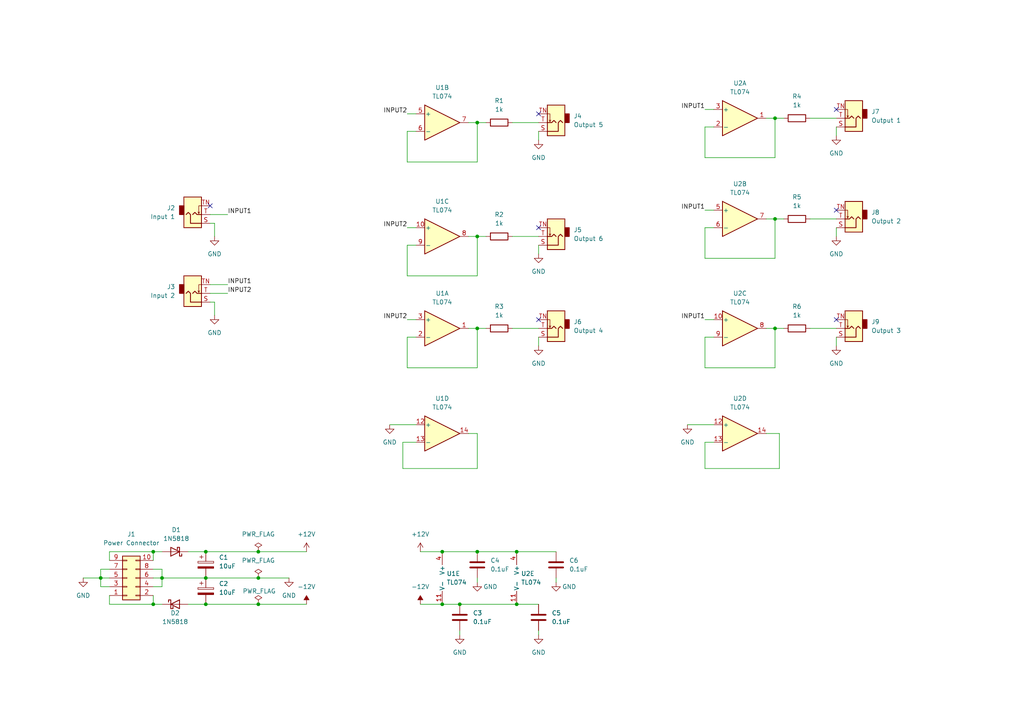
<source format=kicad_sch>
(kicad_sch (version 20211123) (generator eeschema)
  (paper "A4")
  (title_block (title "Buffered Multiple") (rev "1") (company "Northridge Synth"))
  (lib_symbols
    (symbol "Amplifier_Operational:TL074" (pin_names (offset 0.127))
      (property "Reference" "U" (at 0 5.08 0))
      (property "Value" "TL074" (at 0 -5.08 0))
      (symbol "TL074_1_1"
        (polyline (pts (xy -5.08 5.08) (xy 5.08 0) (xy -5.08 -5.08) (xy -5.08 5.08)) (stroke (width 0.254)) (fill (type background)))
        (pin output line (at 7.62 0 180) (length 2.54) (name "~") (number "1"))
        (pin input line (at -7.62 -2.54 0) (length 2.54) (name "-") (number "2"))
        (pin input line (at -7.62 2.54 0) (length 2.54) (name "+") (number "3"))
      )
      (symbol "TL074_2_1"
        (polyline (pts (xy -5.08 5.08) (xy 5.08 0) (xy -5.08 -5.08) (xy -5.08 5.08)) (stroke (width 0.254)) (fill (type background)))
        (pin input line (at -7.62 2.54 0) (length 2.54) (name "+") (number "5"))
        (pin input line (at -7.62 -2.54 0) (length 2.54) (name "-") (number "6"))
        (pin output line (at 7.62 0 180) (length 2.54) (name "~") (number "7"))
      )
      (symbol "TL074_3_1"
        (polyline (pts (xy -5.08 5.08) (xy 5.08 0) (xy -5.08 -5.08) (xy -5.08 5.08)) (stroke (width 0.254)) (fill (type background)))
        (pin input line (at -7.62 2.54 0) (length 2.54) (name "+") (number "10"))
        (pin output line (at 7.62 0 180) (length 2.54) (name "~") (number "8"))
        (pin input line (at -7.62 -2.54 0) (length 2.54) (name "-") (number "9"))
      )
      (symbol "TL074_4_1"
        (polyline (pts (xy -5.08 5.08) (xy 5.08 0) (xy -5.08 -5.08) (xy -5.08 5.08)) (stroke (width 0.254)) (fill (type background)))
        (pin input line (at -7.62 2.54 0) (length 2.54) (name "+") (number "12"))
        (pin input line (at -7.62 -2.54 0) (length 2.54) (name "-") (number "13"))
        (pin output line (at 7.62 0 180) (length 2.54) (name "~") (number "14"))
      )
      (symbol "TL074_5_1"
        (pin power_in line (at -2.54 -7.62 90) (length 3.81) (name "V-") (number "11"))
        (pin power_in line (at -2.54 7.62 270) (length 3.81) (name "V+") (number "4"))
      )
    )
    (symbol "Connector:AudioJack2_SwitchT"
      (property "Reference" "J" (at 0 8.89 0))
      (property "Value" "AudioJack2_SwitchT" (at 0 6.35 0))
      (symbol "AudioJack2_SwitchT_0_1"
        (rectangle (start -2.54 0) (end -3.81 -2.54) (stroke (width 0.254)) (fill (type outline)))
        (polyline (pts (xy 1.778 -0.254) (xy 2.032 -0.762)))
        (polyline (pts (xy 0 0) (xy 0.635 -0.635) (xy 1.27 0) (xy 2.54 0)) (stroke (width 0.254)))
        (polyline (pts (xy 2.54 -2.54) (xy 1.778 -2.54) (xy 1.778 -0.254) (xy 1.524 -0.762)))
        (polyline (pts (xy 2.54 2.54) (xy -0.635 2.54) (xy -0.635 0) (xy -1.27 -0.635) (xy -1.905 0)) (stroke (width 0.254)))
        (rectangle (start 2.54 3.81) (end -2.54 -5.08) (stroke (width 0.254)) (fill (type background)))
      )
      (symbol "AudioJack2_SwitchT_1_1"
        (pin passive line (at 5.08 2.54 180) (length 2.54) (name "~") (number "S"))
        (pin passive line (at 5.08 0 180) (length 2.54) (name "~") (number "T"))
        (pin passive line (at 5.08 -2.54 180) (length 2.54) (name "~") (number "TN"))
      )
    )
    (symbol "Connector_Generic:Conn_02x05_Odd_Even" (pin_names (offset 1.016) hide)
      (property "Reference" "J" (at 1.27 7.62 0))
      (property "Value" "Conn_02x05_Odd_Even" (at 1.27 -7.62 0))
      (symbol "Conn_02x05_Odd_Even_1_1"
        (rectangle (start -1.27 -4.953) (end 0 -5.207) (stroke (width 0.1524)))
        (rectangle (start -1.27 -2.413) (end 0 -2.667) (stroke (width 0.1524)))
        (rectangle (start -1.27 0.127) (end 0 -0.127) (stroke (width 0.1524)))
        (rectangle (start -1.27 2.667) (end 0 2.413) (stroke (width 0.1524)))
        (rectangle (start -1.27 5.207) (end 0 4.953) (stroke (width 0.1524)))
        (rectangle (start -1.27 6.35) (end 3.81 -6.35) (stroke (width 0.254)) (fill (type background)))
        (rectangle (start 3.81 -4.953) (end 2.54 -5.207) (stroke (width 0.1524)))
        (rectangle (start 3.81 -2.413) (end 2.54 -2.667) (stroke (width 0.1524)))
        (rectangle (start 3.81 0.127) (end 2.54 -0.127) (stroke (width 0.1524)))
        (rectangle (start 3.81 2.667) (end 2.54 2.413) (stroke (width 0.1524)))
        (rectangle (start 3.81 5.207) (end 2.54 4.953) (stroke (width 0.1524)))
        (pin passive line (at -5.08 5.08 0) (length 3.81) (name "Pin_1") (number "1"))
        (pin passive line (at 7.62 -5.08 180) (length 3.81) (name "Pin_10") (number "10"))
        (pin passive line (at 7.62 5.08 180) (length 3.81) (name "Pin_2") (number "2"))
        (pin passive line (at -5.08 2.54 0) (length 3.81) (name "Pin_3") (number "3"))
        (pin passive line (at 7.62 2.54 180) (length 3.81) (name "Pin_4") (number "4"))
        (pin passive line (at -5.08 0 0) (length 3.81) (name "Pin_5") (number "5"))
        (pin passive line (at 7.62 0 180) (length 3.81) (name "Pin_6") (number "6"))
        (pin passive line (at -5.08 -2.54 0) (length 3.81) (name "Pin_7") (number "7"))
        (pin passive line (at 7.62 -2.54 180) (length 3.81) (name "Pin_8") (number "8"))
        (pin passive line (at -5.08 -5.08 0) (length 3.81) (name "Pin_9") (number "9"))
      )
    )
    (symbol "Device:C" (pin_numbers hide) (pin_names (offset 0.254))
      (property "Reference" "C" (at 0.635 2.54 0))
      (property "Value" "C" (at 0.635 -2.54 0))
      (symbol "C_0_1"
        (polyline (pts (xy -2.032 -0.762) (xy 2.032 -0.762)) (stroke (width 0.508)))
        (polyline (pts (xy -2.032 0.762) (xy 2.032 0.762)) (stroke (width 0.508)))
      )
      (symbol "C_1_1"
        (pin passive line (at 0 3.81 270) (length 2.794) (name "~") (number "1"))
        (pin passive line (at 0 -3.81 90) (length 2.794) (name "~") (number "2"))
      )
    )
    (symbol "Device:C_Polarized" (pin_numbers hide) (pin_names (offset 0.254))
      (property "Reference" "C" (at 0.635 2.54 0))
      (property "Value" "C_Polarized" (at 0.635 -2.54 0))
      (symbol "C_Polarized_0_1"
        (rectangle (start -2.286 0.508) (end 2.286 1.016))
        (polyline (pts (xy -1.778 2.286) (xy -0.762 2.286)))
        (polyline (pts (xy -1.27 2.794) (xy -1.27 1.778)))
        (rectangle (start 2.286 -0.508) (end -2.286 -1.016) (fill (type outline)))
      )
      (symbol "C_Polarized_1_1"
        (pin passive line (at 0 3.81 270) (length 2.794) (name "~") (number "1"))
        (pin passive line (at 0 -3.81 90) (length 2.794) (name "~") (number "2"))
      )
    )
    (symbol "Device:R" (pin_numbers hide) (pin_names (offset 0))
      (property "Reference" "R" (at 2.032 0 90))
      (property "Value" "R" (at 0 0 90))
      (symbol "R_0_1"
        (rectangle (start -1.016 -2.54) (end 1.016 2.54) (stroke (width 0.254)))
      )
      (symbol "R_1_1"
        (pin passive line (at 0 3.81 270) (length 1.27) (name "~") (number "1"))
        (pin passive line (at 0 -3.81 90) (length 1.27) (name "~") (number "2"))
      )
    )
    (symbol "Diode:1N5818" (pin_numbers hide) (pin_names (offset 1.016) hide)
      (property "Reference" "D" (at 0 2.54 0))
      (property "Value" "1N5818" (at 0 -2.54 0))
      (symbol "1N5818_0_1"
        (polyline (pts (xy 1.27 0) (xy -1.27 0)))
        (polyline (pts (xy 1.27 1.27) (xy 1.27 -1.27) (xy -1.27 0) (xy 1.27 1.27)) (stroke (width 0.254)))
        (polyline (pts (xy -1.905 0.635) (xy -1.905 1.27) (xy -1.27 1.27) (xy -1.27 -1.27) (xy -0.635 -1.27) (xy -0.635 -0.635)) (stroke (width 0.254)))
      )
      (symbol "1N5818_1_1"
        (pin passive line (at -3.81 0 0) (length 2.54) (name "K") (number "1"))
        (pin passive line (at 3.81 0 180) (length 2.54) (name "A") (number "2"))
      )
    )
    (symbol "power:+12V" (power) (pin_names (offset 0))
      (property "Value" "+12V" (at 0 3.556 0))
      (symbol "+12V_0_1"
        (polyline (pts (xy -0.762 1.27) (xy 0 2.54)))
        (polyline (pts (xy 0 0) (xy 0 2.54)))
        (polyline (pts (xy 0 2.54) (xy 0.762 1.27)))
      )
      (symbol "+12V_1_1"
        (pin power_in line (at 0 0 90) (length 0) hide (name "+12V") (number "1"))
      )
    )
    (symbol "power:-12V" (power) (pin_names (offset 0))
      (property "Value" "-12V" (at 0 3.81 0))
      (symbol "-12V_0_0"
        (pin power_in line (at 0 0 90) (length 0) hide (name "-12V") (number "1"))
      )
      (symbol "-12V_0_1"
        (polyline (pts (xy 0 0) (xy 0 1.27) (xy 0.762 1.27) (xy 0 2.54) (xy -0.762 1.27) (xy 0 1.27)) (fill (type outline)))
      )
    )
    (symbol "power:GND" (power) (pin_names (offset 0))
      (property "Value" "GND" (at 0 -3.81 0))
      (symbol "GND_0_1"
        (polyline (pts (xy 0 0) (xy 0 -1.27) (xy 1.27 -1.27) (xy 0 -2.54) (xy -1.27 -1.27) (xy 0 -1.27)))
      )
      (symbol "GND_1_1"
        (pin power_in line (at 0 0 270) (length 0) hide (name "GND") (number "1"))
      )
    )
    (symbol "power:PWR_FLAG" (power) (pin_numbers hide) (pin_names (offset 0) hide)
      (property "Value" "PWR_FLAG" (at 0 3.81 0))
      (symbol "PWR_FLAG_0_0"
        (pin power_out line (at 0 0 90) (length 0) (name "pwr") (number "1"))
      )
      (symbol "PWR_FLAG_0_1"
        (polyline (pts (xy 0 0) (xy 0 1.27) (xy -1.016 1.905) (xy 0 2.54) (xy 1.016 1.905) (xy 0 1.27)))
      )
    )
  )
  (junction (at 59.69 175.26))
  (junction (at 29.21 167.64))
  (junction (at 224.79 63.5))
  (junction (at 44.45 160.02))
  (junction (at 128.27 175.26))
  (junction (at 133.35 175.26))
  (junction (at 74.93 167.64))
  (junction (at 149.86 175.26))
  (junction (at 59.69 160.02))
  (junction (at 59.69 167.64))
  (junction (at 138.43 95.25))
  (junction (at 224.79 34.29))
  (junction (at 224.79 95.25))
  (junction (at 44.45 175.26))
  (junction (at 74.93 175.26))
  (junction (at 138.43 160.02))
  (junction (at 149.86 160.02))
  (junction (at 128.27 160.02))
  (junction (at 138.43 35.56))
  (junction (at 46.99 167.64))
  (junction (at 74.93 160.02))
  (junction (at 138.43 68.58))
  (no_connect (at 60.96 59.69))
  (no_connect (at 156.21 92.71))
  (no_connect (at 156.21 66.04))
  (no_connect (at 156.21 33.02))
  (no_connect (at 242.57 60.96))
  (no_connect (at 242.57 31.75))
  (no_connect (at 242.57 92.71))
  (wire (pts (xy 204.47 97.79) (xy 204.47 106.68)))
  (wire (pts (xy 222.25 95.25) (xy 224.79 95.25)))
  (wire (pts (xy 46.99 167.64) (xy 46.99 165.1)))
  (wire (pts (xy 118.11 97.79) (xy 118.11 106.68)))
  (wire (pts (xy 204.47 106.68) (xy 224.79 106.68)))
  (wire (pts (xy 234.95 95.25) (xy 242.57 95.25)))
  (wire (pts (xy 118.11 71.12) (xy 118.11 80.01)))
  (wire (pts (xy 138.43 168.91) (xy 138.43 167.64)))
  (wire (pts (xy 204.47 128.27) (xy 207.01 128.27)))
  (wire (pts (xy 46.99 167.64) (xy 59.69 167.64)))
  (wire (pts (xy 149.86 160.02) (xy 161.29 160.02)))
  (wire (pts (xy 116.84 128.27) (xy 116.84 135.89)))
  (wire (pts (xy 156.21 184.15) (xy 156.21 182.88)))
  (wire (pts (xy 204.47 97.79) (xy 207.01 97.79)))
  (wire (pts (xy 54.61 175.26) (xy 59.69 175.26)))
  (wire (pts (xy 138.43 68.58) (xy 140.97 68.58)))
  (wire (pts (xy 118.11 92.71) (xy 120.65 92.71)))
  (wire (pts (xy 204.47 66.04) (xy 207.01 66.04)))
  (wire (pts (xy 224.79 45.72) (xy 224.79 34.29)))
  (wire (pts (xy 224.79 63.5) (xy 227.33 63.5)))
  (wire (pts (xy 59.69 175.26) (xy 74.93 175.26)))
  (wire (pts (xy 44.45 160.02) (xy 44.45 162.56)))
  (wire (pts (xy 31.75 165.1) (xy 29.21 165.1)))
  (wire (pts (xy 44.45 170.18) (xy 46.99 170.18)))
  (wire (pts (xy 46.99 165.1) (xy 44.45 165.1)))
  (wire (pts (xy 118.11 66.04) (xy 120.65 66.04)))
  (wire (pts (xy 242.57 66.04) (xy 242.57 68.58)))
  (wire (pts (xy 156.21 38.1) (xy 156.21 40.64)))
  (wire (pts (xy 74.93 175.26) (xy 88.9 175.26)))
  (wire (pts (xy 234.95 63.5) (xy 242.57 63.5)))
  (wire (pts (xy 224.79 95.25) (xy 227.33 95.25)))
  (wire (pts (xy 204.47 74.93) (xy 224.79 74.93)))
  (wire (pts (xy 62.23 64.77) (xy 62.23 68.58)))
  (wire (pts (xy 44.45 160.02) (xy 46.99 160.02)))
  (wire (pts (xy 138.43 95.25) (xy 140.97 95.25)))
  (wire (pts (xy 204.47 66.04) (xy 204.47 74.93)))
  (wire (pts (xy 54.61 160.02) (xy 59.69 160.02)))
  (wire (pts (xy 135.89 35.56) (xy 138.43 35.56)))
  (wire (pts (xy 120.65 128.27) (xy 116.84 128.27)))
  (wire (pts (xy 242.57 36.83) (xy 242.57 39.37)))
  (wire (pts (xy 29.21 167.64) (xy 31.75 167.64)))
  (wire (pts (xy 121.92 160.02) (xy 128.27 160.02)))
  (wire (pts (xy 118.11 33.02) (xy 120.65 33.02)))
  (wire (pts (xy 118.11 80.01) (xy 138.43 80.01)))
  (wire (pts (xy 148.59 35.56) (xy 156.21 35.56)))
  (wire (pts (xy 118.11 71.12) (xy 120.65 71.12)))
  (wire (pts (xy 161.29 168.91) (xy 161.29 167.64)))
  (wire (pts (xy 60.96 64.77) (xy 62.23 64.77)))
  (wire (pts (xy 138.43 135.89) (xy 138.43 125.73)))
  (wire (pts (xy 156.21 71.12) (xy 156.21 73.66)))
  (wire (pts (xy 116.84 135.89) (xy 138.43 135.89)))
  (wire (pts (xy 118.11 38.1) (xy 118.11 46.99)))
  (wire (pts (xy 24.13 167.64) (xy 29.21 167.64)))
  (wire (pts (xy 135.89 95.25) (xy 138.43 95.25)))
  (wire (pts (xy 135.89 68.58) (xy 138.43 68.58)))
  (wire (pts (xy 199.39 123.19) (xy 207.01 123.19)))
  (wire (pts (xy 31.75 160.02) (xy 44.45 160.02)))
  (wire (pts (xy 222.25 63.5) (xy 224.79 63.5)))
  (wire (pts (xy 128.27 160.02) (xy 138.43 160.02)))
  (wire (pts (xy 62.23 87.63) (xy 62.23 91.44)))
  (wire (pts (xy 224.79 106.68) (xy 224.79 95.25)))
  (wire (pts (xy 60.96 82.55) (xy 66.04 82.55)))
  (wire (pts (xy 46.99 170.18) (xy 46.99 167.64)))
  (wire (pts (xy 234.95 34.29) (xy 242.57 34.29)))
  (wire (pts (xy 46.99 167.64) (xy 44.45 167.64)))
  (wire (pts (xy 31.75 162.56) (xy 31.75 160.02)))
  (wire (pts (xy 60.96 62.23) (xy 66.04 62.23)))
  (wire (pts (xy 118.11 38.1) (xy 120.65 38.1)))
  (wire (pts (xy 156.21 97.79) (xy 156.21 100.33)))
  (wire (pts (xy 148.59 95.25) (xy 156.21 95.25)))
  (wire (pts (xy 224.79 74.93) (xy 224.79 63.5)))
  (wire (pts (xy 138.43 80.01) (xy 138.43 68.58)))
  (wire (pts (xy 133.35 175.26) (xy 149.86 175.26)))
  (wire (pts (xy 204.47 36.83) (xy 204.47 45.72)))
  (wire (pts (xy 31.75 175.26) (xy 44.45 175.26)))
  (wire (pts (xy 29.21 167.64) (xy 29.21 170.18)))
  (wire (pts (xy 204.47 128.27) (xy 204.47 135.89)))
  (wire (pts (xy 138.43 106.68) (xy 138.43 95.25)))
  (wire (pts (xy 113.03 123.19) (xy 120.65 123.19)))
  (wire (pts (xy 74.93 167.64) (xy 83.82 167.64)))
  (wire (pts (xy 204.47 45.72) (xy 224.79 45.72)))
  (wire (pts (xy 59.69 167.64) (xy 74.93 167.64)))
  (wire (pts (xy 29.21 170.18) (xy 31.75 170.18)))
  (wire (pts (xy 59.69 160.02) (xy 74.93 160.02)))
  (wire (pts (xy 222.25 34.29) (xy 224.79 34.29)))
  (wire (pts (xy 60.96 85.09) (xy 66.04 85.09)))
  (wire (pts (xy 138.43 46.99) (xy 138.43 35.56)))
  (wire (pts (xy 138.43 125.73) (xy 135.89 125.73)))
  (wire (pts (xy 74.93 160.02) (xy 88.9 160.02)))
  (wire (pts (xy 128.27 175.26) (xy 133.35 175.26)))
  (wire (pts (xy 204.47 31.75) (xy 207.01 31.75)))
  (wire (pts (xy 224.79 34.29) (xy 227.33 34.29)))
  (wire (pts (xy 148.59 68.58) (xy 156.21 68.58)))
  (wire (pts (xy 204.47 60.96) (xy 207.01 60.96)))
  (wire (pts (xy 44.45 175.26) (xy 44.45 172.72)))
  (wire (pts (xy 29.21 165.1) (xy 29.21 167.64)))
  (wire (pts (xy 44.45 175.26) (xy 46.99 175.26)))
  (wire (pts (xy 60.96 87.63) (xy 62.23 87.63)))
  (wire (pts (xy 121.92 175.26) (xy 128.27 175.26)))
  (wire (pts (xy 118.11 46.99) (xy 138.43 46.99)))
  (wire (pts (xy 31.75 172.72) (xy 31.75 175.26)))
  (wire (pts (xy 226.06 135.89) (xy 226.06 125.73)))
  (wire (pts (xy 138.43 160.02) (xy 149.86 160.02)))
  (wire (pts (xy 204.47 135.89) (xy 226.06 135.89)))
  (wire (pts (xy 118.11 97.79) (xy 120.65 97.79)))
  (wire (pts (xy 138.43 35.56) (xy 140.97 35.56)))
  (wire (pts (xy 149.86 175.26) (xy 156.21 175.26)))
  (wire (pts (xy 222.25 125.73) (xy 226.06 125.73)))
  (wire (pts (xy 242.57 97.79) (xy 242.57 100.33)))
  (wire (pts (xy 204.47 92.71) (xy 207.01 92.71)))
  (wire (pts (xy 133.35 184.15) (xy 133.35 182.88)))
  (wire (pts (xy 207.01 36.83) (xy 204.47 36.83)))
  (wire (pts (xy 118.11 106.68) (xy 138.43 106.68)))
  (label "INPUT1" (at 66.04 82.55 0))
  (label "INPUT2" (at 118.11 92.71 180))
  (label "INPUT1" (at 204.47 60.96 180))
  (label "INPUT1" (at 204.47 92.71 180))
  (label "INPUT2" (at 118.11 66.04 180))
  (label "INPUT1" (at 204.47 31.75 180))
  (label "INPUT1" (at 66.04 62.23 0))
  (label "INPUT2" (at 66.04 85.09 0))
  (label "INPUT2" (at 118.11 33.02 180))
  (symbol (lib_id "power:GND") (at 161.29 168.91 0) (unit 1)
    (property "Reference" "#PWR016" (effects hide))
    (property "Value" "GND" (at 165.1 170.18 0))
  )
  (symbol (lib_id "power:-12V") (at 121.92 175.26 0) (unit 1)
    (property "Reference" "#PWR09" (effects hide))
    (property "Value" "-12V" (at 121.92 170.18 0))
  )
  (symbol (lib_id "Connector:AudioJack2_SwitchT") (at 161.29 95.25 180) (unit 1)
    (property "Reference" "J6" (at 166.37 93.3449 0) (effects (justify right)))
    (property "Value" "Output 4" (at 166.37 95.8849 0) (effects (justify right)))
    (property "Footprint" "Tayda_Jacks:PJ-323M" (effects hide))
    (property "Supplier" "Tayda" (effects hide))
    (property "Supplier Part No." "A-2557" (effects hide))
    (property "Manufacturer" "Tayda" (effects hide))
    (property "Manufacturer Part No." "PJ-323M" (effects hide))
  )
  (symbol (lib_id "Amplifier_Operational:TL074") (at 128.27 125.73 0) (unit 4)
    (property "Reference" "U1" (at 128.27 115.57 0))
    (property "Value" "TL074" (at 128.27 118.11 0))
    (property "Footprint" "Package_DIP:DIP-14_W7.62mm_Socket" (effects hide))
    (property "Datasheet" "http://www.ti.com/lit/ds/symlink/tl071.pdf" (effects hide))
  )
  (symbol (lib_id "Device:C_Polarized") (at 59.69 163.83 0) (unit 1)
    (property "Reference" "C1" (at 63.5 161.6709 0) (effects (justify left)))
    (property "Value" "10uF" (at 63.5 164.2109 0) (effects (justify left)))
    (property "Footprint" "Capacitor_THT:CP_Radial_D5.0mm_P2.00mm" (effects hide))
    (property "Supplier" "Tayda" (effects hide))
    (property "Manufacturer" "AISHI" (effects hide))
    (property "Manufacturer Part No." "WK1CM100D11OT" (effects hide))
    (property "Supplier Part No." "A-3931" (effects hide))
  )
  (symbol (lib_id "Device:C") (at 156.21 179.07 0) (unit 1)
    (property "Reference" "C5" (at 160.02 177.7999 0) (effects (justify left)))
    (property "Value" "0.1uF" (at 160.02 180.3399 0) (effects (justify left)))
    (property "Footprint" "Capacitor_THT:C_Disc_D5.0mm_W2.5mm_P2.50mm" (effects hide))
    (property "Supplier" "Tayda" (effects hide))
    (property "Manufacturer" "AEC" (effects hide))
    (property "Manufacturer Part No." "0.1uF 50V Ceramic Disc Capacitor" (effects hide))
    (property "Supplier Part No." "A-4008" (effects hide))
  )
  (symbol (lib_id "power:GND") (at 62.23 68.58 0) (unit 1)
    (property "Reference" "#PWR02" (effects hide))
    (property "Value" "GND" (at 62.23 73.66 0))
  )
  (symbol (lib_id "power:GND") (at 156.21 73.66 0) (unit 1)
    (property "Reference" "#PWR013" (effects hide))
    (property "Value" "GND" (at 156.21 78.74 0))
  )
  (symbol (lib_id "power:PWR_FLAG") (at 74.93 160.02 0) (unit 1)
    (property "Reference" "#FLG01" (effects hide))
    (property "Value" "PWR_FLAG" (at 74.93 154.94 0))
  )
  (symbol (lib_id "Amplifier_Operational:TL074") (at 130.81 167.64 0) (unit 5)
    (property "Reference" "U1" (at 129.54 166.3699 0) (effects (justify left)))
    (property "Value" "TL074" (at 129.54 168.9099 0) (effects (justify left)))
    (property "Footprint" "Package_DIP:DIP-14_W7.62mm_Socket" (effects hide))
    (property "Datasheet" "http://www.ti.com/lit/ds/symlink/tl071.pdf" (effects hide))
  )
  (symbol (lib_id "power:GND") (at 156.21 184.15 0) (unit 1)
    (property "Reference" "#PWR015" (effects hide))
    (property "Value" "GND" (at 156.21 189.23 0))
  )
  (symbol (lib_id "power:PWR_FLAG") (at 74.93 175.26 0) (unit 1)
    (property "Reference" "#FLG03" (effects hide))
    (property "Value" "PWR_FLAG" (at 80.01 171.45 0) (effects (justify right)))
  )
  (symbol (lib_id "power:GND") (at 156.21 40.64 0) (unit 1)
    (property "Reference" "#PWR012" (effects hide))
    (property "Value" "GND" (at 156.21 45.72 0))
  )
  (symbol (lib_id "Connector_Generic:Conn_02x05_Odd_Even") (at 36.83 167.64 0) (mirror x) (unit 1)
    (property "Reference" "J1" (at 38.1 154.94 0))
    (property "Value" "Power Connector" (at 38.1 157.48 0))
    (property "Footprint" "Connector_IDC:IDC-Header_2x05_P2.54mm_Vertical" (effects hide))
    (property "Manufacturer" "ULO Group" (effects hide))
    (property "Manufacturer Part No." "BHD10PHZT" (effects hide))
    (property "Supplier" "Tayda" (effects hide))
    (property "Supplier Part No." "A-2939" (effects hide))
  )
  (symbol (lib_id "Amplifier_Operational:TL074") (at 214.63 63.5 0) (unit 2)
    (property "Reference" "U2" (at 214.63 53.34 0))
    (property "Value" "TL074" (at 214.63 55.88 0))
    (property "Footprint" "Package_DIP:DIP-14_W7.62mm_Socket" (effects hide))
    (property "Datasheet" "http://www.ti.com/lit/ds/symlink/tl071.pdf" (effects hide))
  )
  (symbol (lib_id "Device:R") (at 144.78 35.56 270) (unit 1)
    (property "Reference" "R1" (at 144.78 29.21 90))
    (property "Value" "1k" (at 144.78 31.75 90))
    (property "Footprint" "Resistor_THT:R_Axial_DIN0207_L6.3mm_D2.5mm_P10.16mm_Horizontal" (effects hide))
    (property "Supplier" "Tayda" (effects hide))
    (property "Manufacturer" "Royal Ohm" (effects hide))
    (property "Manufacturer Part No." "MF0W4FF1001A50" (effects hide))
    (property "Supplier Part No." "A-2200" (effects hide))
  )
  (symbol (lib_id "power:GND") (at 138.43 168.91 0) (unit 1)
    (property "Reference" "#PWR011" (effects hide))
    (property "Value" "GND" (at 142.24 170.18 0))
  )
  (symbol (lib_id "power:PWR_FLAG") (at 74.93 167.64 0) (unit 1)
    (property "Reference" "#FLG02" (effects hide))
    (property "Value" "PWR_FLAG" (at 74.93 162.56 0))
  )
  (symbol (lib_id "Diode:1N5818") (at 50.8 160.02 180) (unit 1)
    (property "Reference" "D1" (at 51.1175 153.67 0))
    (property "Value" "1N5818" (at 51.1175 156.21 0))
    (property "Footprint" "Diode_THT:D_DO-41_SOD81_P10.16mm_Horizontal" (effects hide))
    (property "Datasheet" "http://www.vishay.com/docs/88525/1n5817.pdf" (effects hide))
    (property "Supplier" "Tayda" (effects hide))
    (property "Manufacturer" "TEC" (effects hide))
    (property "Manufacturer Part No." "1N5817" (effects hide))
    (property "Supplier Part No." "A-252" (effects hide))
  )
  (symbol (lib_id "Device:R") (at 144.78 68.58 270) (unit 1)
    (property "Reference" "R2" (at 144.78 62.23 90))
    (property "Value" "1k" (at 144.78 64.77 90))
    (property "Footprint" "Resistor_THT:R_Axial_DIN0207_L6.3mm_D2.5mm_P10.16mm_Horizontal" (effects hide))
    (property "Supplier" "Tayda" (effects hide))
    (property "Manufacturer" "Royal Ohm" (effects hide))
    (property "Manufacturer Part No." "MF0W4FF1001A50" (effects hide))
    (property "Supplier Part No." "A-2200" (effects hide))
  )
  (symbol (lib_id "Diode:1N5818") (at 50.8 175.26 0) (unit 1)
    (property "Reference" "D2" (at 50.8 177.8 0))
    (property "Value" "1N5818" (at 50.8 180.34 0))
    (property "Footprint" "Diode_THT:D_DO-41_SOD81_P10.16mm_Horizontal" (effects hide))
    (property "Datasheet" "http://www.vishay.com/docs/88525/1n5817.pdf" (effects hide))
    (property "Supplier" "Tayda" (effects hide))
    (property "Manufacturer" "TEC" (effects hide))
    (property "Manufacturer Part No." "1N5817" (effects hide))
    (property "Supplier Part No." "A-252" (effects hide))
  )
  (symbol (lib_id "power:GND") (at 133.35 184.15 0) (unit 1)
    (property "Reference" "#PWR010" (effects hide))
    (property "Value" "GND" (at 133.35 189.23 0))
  )
  (symbol (lib_id "Amplifier_Operational:TL074") (at 214.63 95.25 0) (unit 3)
    (property "Reference" "U2" (at 214.63 85.09 0))
    (property "Value" "TL074" (at 214.63 87.63 0))
    (property "Footprint" "Package_DIP:DIP-14_W7.62mm_Socket" (effects hide))
    (property "Datasheet" "http://www.ti.com/lit/ds/symlink/tl071.pdf" (effects hide))
  )
  (symbol (lib_id "power:GND") (at 62.23 91.44 0) (unit 1)
    (property "Reference" "#PWR03" (effects hide))
    (property "Value" "GND" (at 62.23 96.52 0))
  )
  (symbol (lib_id "Device:R") (at 144.78 95.25 270) (unit 1)
    (property "Reference" "R3" (at 144.78 88.9 90))
    (property "Value" "1k" (at 144.78 91.44 90))
    (property "Footprint" "Resistor_THT:R_Axial_DIN0207_L6.3mm_D2.5mm_P10.16mm_Horizontal" (effects hide))
    (property "Supplier" "Tayda" (effects hide))
    (property "Manufacturer" "Royal Ohm" (effects hide))
    (property "Manufacturer Part No." "MF0W4FF1001A50" (effects hide))
    (property "Supplier Part No." "A-2200" (effects hide))
  )
  (symbol (lib_id "power:GND") (at 24.13 167.64 0) (unit 1)
    (property "Reference" "#PWR01" (effects hide))
    (property "Value" "GND" (at 24.13 172.72 0))
  )
  (symbol (lib_id "power:GND") (at 83.82 167.64 0) (unit 1)
    (property "Reference" "#PWR04" (effects hide))
    (property "Value" "GND" (at 83.82 172.72 0))
  )
  (symbol (lib_id "Connector:AudioJack2_SwitchT") (at 161.29 68.58 180) (unit 1)
    (property "Reference" "J5" (at 166.37 66.6749 0) (effects (justify right)))
    (property "Value" "Output 6" (at 166.37 69.2149 0) (effects (justify right)))
    (property "Footprint" "Tayda_Jacks:PJ-323M" (effects hide))
    (property "Supplier" "Tayda" (effects hide))
    (property "Supplier Part No." "A-2557" (effects hide))
    (property "Manufacturer" "Tayda" (effects hide))
    (property "Manufacturer Part No." "PJ-323M" (effects hide))
  )
  (symbol (lib_id "power:+12V") (at 121.92 160.02 0) (unit 1)
    (property "Reference" "#PWR08" (effects hide))
    (property "Value" "+12V" (at 121.92 154.94 0))
  )
  (symbol (lib_id "Device:C") (at 133.35 179.07 0) (unit 1)
    (property "Reference" "C3" (at 137.16 177.7999 0) (effects (justify left)))
    (property "Value" "0.1uF" (at 137.16 180.3399 0) (effects (justify left)))
    (property "Footprint" "Capacitor_THT:C_Disc_D5.0mm_W2.5mm_P2.50mm" (effects hide))
    (property "Supplier" "Tayda" (effects hide))
    (property "Manufacturer" "AEC" (effects hide))
    (property "Manufacturer Part No." "0.1uF 50V Ceramic Disc Capacitor" (effects hide))
    (property "Supplier Part No." "A-4008" (effects hide))
  )
  (symbol (lib_id "Amplifier_Operational:TL074") (at 128.27 35.56 0) (unit 2)
    (property "Reference" "U1" (at 128.27 25.4 0))
    (property "Value" "TL074" (at 128.27 27.94 0))
    (property "Footprint" "Package_DIP:DIP-14_W7.62mm_Socket" (effects hide))
    (property "Datasheet" "http://www.ti.com/lit/ds/symlink/tl071.pdf" (effects hide))
  )
  (symbol (lib_id "Device:C") (at 138.43 163.83 0) (unit 1)
    (property "Reference" "C4" (at 142.24 162.5599 0) (effects (justify left)))
    (property "Value" "0.1uF" (at 142.24 165.0999 0) (effects (justify left)))
    (property "Footprint" "Capacitor_THT:C_Disc_D5.0mm_W2.5mm_P2.50mm" (effects hide))
    (property "Supplier" "Tayda" (effects hide))
    (property "Manufacturer" "AEC" (effects hide))
    (property "Manufacturer Part No." "0.1uF 50V Ceramic Disc Capacitor" (effects hide))
    (property "Supplier Part No." "A-4008" (effects hide))
  )
  (symbol (lib_id "Amplifier_Operational:TL074") (at 128.27 95.25 0) (unit 1)
    (property "Reference" "U1" (at 128.27 85.09 0))
    (property "Value" "TL074" (at 128.27 87.63 0))
    (property "Footprint" "Package_DIP:DIP-14_W7.62mm_Socket" (effects hide))
    (property "Datasheet" "http://www.ti.com/lit/ds/symlink/tl071.pdf" (effects hide))
  )
  (symbol (lib_id "Amplifier_Operational:TL074") (at 128.27 68.58 0) (unit 3)
    (property "Reference" "U1" (at 128.27 58.42 0))
    (property "Value" "TL074" (at 128.27 60.96 0))
    (property "Footprint" "Package_DIP:DIP-14_W7.62mm_Socket" (effects hide))
    (property "Datasheet" "http://www.ti.com/lit/ds/symlink/tl071.pdf" (effects hide))
  )
  (symbol (lib_id "power:GND") (at 113.03 123.19 0) (unit 1)
    (property "Reference" "#PWR07" (effects hide))
    (property "Value" "GND" (at 113.03 128.27 0))
  )
  (symbol (lib_id "power:GND") (at 156.21 100.33 0) (unit 1)
    (property "Reference" "#PWR014" (effects hide))
    (property "Value" "GND" (at 156.21 105.41 0))
  )
  (symbol (lib_id "power:+12V") (at 88.9 160.02 0) (unit 1)
    (property "Reference" "#PWR05" (effects hide))
    (property "Value" "+12V" (at 88.9 154.94 0))
  )
  (symbol (lib_id "Connector:AudioJack2_SwitchT") (at 247.65 63.5 180) (unit 1)
    (property "Reference" "J8" (at 252.73 61.5949 0) (effects (justify right)))
    (property "Value" "Output 2" (at 252.73 64.1349 0) (effects (justify right)))
    (property "Footprint" "Tayda_Jacks:PJ-323M" (effects hide))
    (property "Supplier" "Tayda" (effects hide))
    (property "Supplier Part No." "A-2557" (effects hide))
    (property "Manufacturer" "Tayda" (effects hide))
    (property "Manufacturer Part No." "PJ-323M" (effects hide))
  )
  (symbol (lib_id "power:GND") (at 199.39 123.19 0) (unit 1)
    (property "Reference" "#PWR017" (effects hide))
    (property "Value" "GND" (at 199.39 128.27 0))
  )
  (symbol (lib_id "Connector:AudioJack2_SwitchT") (at 55.88 85.09 0) (mirror x) (unit 1)
    (property "Reference" "J3" (at 50.8 83.1849 0) (effects (justify right)))
    (property "Value" "Input 2" (at 50.8 85.7249 0) (effects (justify right)))
    (property "Footprint" "Tayda_Jacks:PJ-323M" (effects hide))
    (property "Supplier" "Tayda" (effects hide))
    (property "Supplier Part No." "A-2557" (effects hide))
    (property "Manufacturer" "Tayda" (effects hide))
    (property "Manufacturer Part No." "PJ-323M" (effects hide))
  )
  (symbol (lib_id "Amplifier_Operational:TL074") (at 214.63 34.29 0) (unit 1)
    (property "Reference" "U2" (at 214.63 24.13 0))
    (property "Value" "TL074" (at 214.63 26.67 0))
    (property "Footprint" "Package_DIP:DIP-14_W7.62mm_Socket" (effects hide))
    (property "Datasheet" "http://www.ti.com/lit/ds/symlink/tl071.pdf" (effects hide))
  )
  (symbol (lib_id "Device:C_Polarized") (at 59.69 171.45 0) (unit 1)
    (property "Reference" "C2" (at 63.5 169.2909 0) (effects (justify left)))
    (property "Value" "10uF" (at 63.5 171.8309 0) (effects (justify left)))
    (property "Footprint" "Capacitor_THT:CP_Radial_D5.0mm_P2.00mm" (effects hide))
    (property "Supplier" "Tayda" (effects hide))
    (property "Manufacturer" "AISHI" (effects hide))
    (property "Manufacturer Part No." "WK1CM100D11OT" (effects hide))
    (property "Supplier Part No." "A-3931" (effects hide))
  )
  (symbol (lib_id "Amplifier_Operational:TL074") (at 214.63 125.73 0) (unit 4)
    (property "Reference" "U2" (at 214.63 115.57 0))
    (property "Value" "TL074" (at 214.63 118.11 0))
    (property "Footprint" "Package_DIP:DIP-14_W7.62mm_Socket" (effects hide))
    (property "Datasheet" "http://www.ti.com/lit/ds/symlink/tl071.pdf" (effects hide))
  )
  (symbol (lib_id "Device:R") (at 231.14 95.25 270) (unit 1)
    (property "Reference" "R6" (at 231.14 88.9 90))
    (property "Value" "1k" (at 231.14 91.44 90))
    (property "Footprint" "Resistor_THT:R_Axial_DIN0207_L6.3mm_D2.5mm_P10.16mm_Horizontal" (effects hide))
    (property "Supplier" "Tayda" (effects hide))
    (property "Manufacturer" "Royal Ohm" (effects hide))
    (property "Manufacturer Part No." "MF0W4FF1001A50" (effects hide))
    (property "Supplier Part No." "A-2200" (effects hide))
  )
  (symbol (lib_id "power:GND") (at 242.57 39.37 0) (unit 1)
    (property "Reference" "#PWR018" (effects hide))
    (property "Value" "GND" (at 242.57 44.45 0))
  )
  (symbol (lib_id "Connector:AudioJack2_SwitchT") (at 247.65 95.25 180) (unit 1)
    (property "Reference" "J9" (at 252.73 93.3449 0) (effects (justify right)))
    (property "Value" "Output 3" (at 252.73 95.8849 0) (effects (justify right)))
    (property "Footprint" "Tayda_Jacks:PJ-323M" (effects hide))
    (property "Supplier" "Tayda" (effects hide))
    (property "Supplier Part No." "A-2557" (effects hide))
    (property "Manufacturer" "Tayda" (effects hide))
    (property "Manufacturer Part No." "PJ-323M" (effects hide))
  )
  (symbol (lib_id "power:-12V") (at 88.9 175.26 0) (unit 1)
    (property "Reference" "#PWR06" (effects hide))
    (property "Value" "-12V" (at 88.9 170.18 0))
  )
  (symbol (lib_id "power:GND") (at 242.57 100.33 0) (unit 1)
    (property "Reference" "#PWR020" (effects hide))
    (property "Value" "GND" (at 242.57 105.41 0))
  )
  (symbol (lib_id "Connector:AudioJack2_SwitchT") (at 161.29 35.56 180) (unit 1)
    (property "Reference" "J4" (at 166.37 33.6549 0) (effects (justify right)))
    (property "Value" "Output 5" (at 166.37 36.1949 0) (effects (justify right)))
    (property "Footprint" "Tayda_Jacks:PJ-323M" (effects hide))
    (property "Supplier" "Tayda" (effects hide))
    (property "Supplier Part No." "A-2557" (effects hide))
    (property "Manufacturer" "Tayda" (effects hide))
    (property "Manufacturer Part No." "PJ-323M" (effects hide))
  )
  (symbol (lib_id "Connector:AudioJack2_SwitchT") (at 247.65 34.29 180) (unit 1)
    (property "Reference" "J7" (at 252.73 32.3849 0) (effects (justify right)))
    (property "Value" "Output 1" (at 252.73 34.9249 0) (effects (justify right)))
    (property "Footprint" "Tayda_Jacks:PJ-323M" (effects hide))
    (property "Supplier" "Tayda" (effects hide))
    (property "Supplier Part No." "A-2557" (effects hide))
    (property "Manufacturer" "Tayda" (effects hide))
    (property "Manufacturer Part No." "PJ-323M" (effects hide))
  )
  (symbol (lib_id "Amplifier_Operational:TL074") (at 152.4 167.64 0) (unit 5)
    (property "Reference" "U2" (at 151.13 166.3699 0) (effects (justify left)))
    (property "Value" "TL074" (at 151.13 168.9099 0) (effects (justify left)))
    (property "Footprint" "Package_DIP:DIP-14_W7.62mm_Socket" (effects hide))
    (property "Datasheet" "http://www.ti.com/lit/ds/symlink/tl071.pdf" (effects hide))
  )
  (symbol (lib_id "Device:R") (at 231.14 63.5 270) (unit 1)
    (property "Reference" "R5" (at 231.14 57.15 90))
    (property "Value" "1k" (at 231.14 59.69 90))
    (property "Footprint" "Resistor_THT:R_Axial_DIN0207_L6.3mm_D2.5mm_P10.16mm_Horizontal" (effects hide))
    (property "Supplier" "Tayda" (effects hide))
    (property "Manufacturer" "Royal Ohm" (effects hide))
    (property "Manufacturer Part No." "MF0W4FF1001A50" (effects hide))
    (property "Supplier Part No." "A-2200" (effects hide))
  )
  (symbol (lib_id "Device:C") (at 161.29 163.83 0) (unit 1)
    (property "Reference" "C6" (at 165.1 162.5599 0) (effects (justify left)))
    (property "Value" "0.1uF" (at 165.1 165.0999 0) (effects (justify left)))
    (property "Footprint" "Capacitor_THT:C_Disc_D5.0mm_W2.5mm_P2.50mm" (effects hide))
    (property "Supplier" "Tayda" (effects hide))
    (property "Manufacturer" "AEC" (effects hide))
    (property "Manufacturer Part No." "0.1uF 50V Ceramic Disc Capacitor" (effects hide))
    (property "Supplier Part No." "A-4008" (effects hide))
  )
  (symbol (lib_id "Device:R") (at 231.14 34.29 270) (unit 1)
    (property "Reference" "R4" (at 231.14 27.94 90))
    (property "Value" "1k" (at 231.14 30.48 90))
    (property "Footprint" "Resistor_THT:R_Axial_DIN0207_L6.3mm_D2.5mm_P10.16mm_Horizontal" (effects hide))
    (property "Supplier" "Tayda" (effects hide))
    (property "Manufacturer" "Royal Ohm" (effects hide))
    (property "Manufacturer Part No." "MF0W4FF1001A50" (effects hide))
    (property "Supplier Part No." "A-2200" (effects hide))
  )
  (symbol (lib_id "power:GND") (at 242.57 68.58 0) (unit 1)
    (property "Reference" "#PWR019" (effects hide))
    (property "Value" "GND" (at 242.57 73.66 0))
  )
  (symbol (lib_id "Connector:AudioJack2_SwitchT") (at 55.88 62.23 0) (mirror x) (unit 1)
    (property "Reference" "J2" (at 50.8 60.3249 0) (effects (justify right)))
    (property "Value" "Input 1" (at 50.8 62.8649 0) (effects (justify right)))
    (property "Footprint" "Tayda_Jacks:PJ-323M" (effects hide))
    (property "Supplier" "Tayda" (effects hide))
    (property "Supplier Part No." "A-2557" (effects hide))
    (property "Manufacturer" "Tayda" (effects hide))
    (property "Manufacturer Part No." "PJ-323M" (effects hide))
  )
)
</source>
